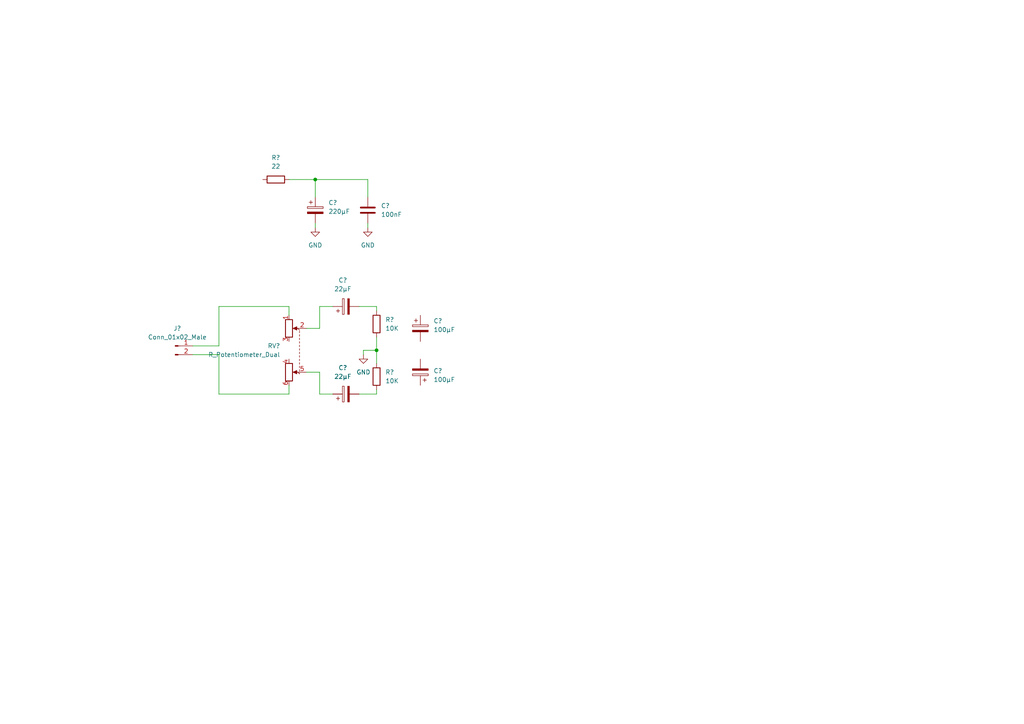
<source format=kicad_sch>
(kicad_sch (version 20211123) (generator eeschema)
  (paper "A4")
  (lib_symbols
    (symbol "Connector:Conn_01x02_Male" (pin_names (offset 1.016) hide)
      (property "Reference" "J" (at 0 2.54 0))
      (property "Value" "Conn_01x02_Male" (at 0 -5.08 0))
      (symbol "Conn_01x02_Male_1_1"
        (polyline (pts (xy 1.27 -2.54) (xy 0.8636 -2.54)) (stroke (width 0.1524)))
        (polyline (pts (xy 1.27 0) (xy 0.8636 0)) (stroke (width 0.1524)))
        (rectangle (start 0.8636 -2.413) (end 0 -2.667) (stroke (width 0.1524)) (fill (type outline)))
        (rectangle (start 0.8636 0.127) (end 0 -0.127) (stroke (width 0.1524)) (fill (type outline)))
        (pin passive line (at 5.08 0 180) (length 3.81) (name "Pin_1") (number "1"))
        (pin passive line (at 5.08 -2.54 180) (length 3.81) (name "Pin_2") (number "2"))
      )
    )
    (symbol "Device:C" (pin_numbers hide) (pin_names (offset 0.254))
      (property "Reference" "C" (at 0.635 2.54 0))
      (property "Value" "C" (at 0.635 -2.54 0))
      (symbol "C_0_1"
        (polyline (pts (xy -2.032 -0.762) (xy 2.032 -0.762)) (stroke (width 0.508)))
        (polyline (pts (xy -2.032 0.762) (xy 2.032 0.762)) (stroke (width 0.508)))
      )
      (symbol "C_1_1"
        (pin passive line (at 0 3.81 270) (length 2.794) (name "~") (number "1"))
        (pin passive line (at 0 -3.81 90) (length 2.794) (name "~") (number "2"))
      )
    )
    (symbol "Device:C_Polarized" (pin_numbers hide) (pin_names (offset 0.254))
      (property "Reference" "C" (at 0.635 2.54 0))
      (property "Value" "C_Polarized" (at 0.635 -2.54 0))
      (symbol "C_Polarized_0_1"
        (rectangle (start -2.286 0.508) (end 2.286 1.016))
        (polyline (pts (xy -1.778 2.286) (xy -0.762 2.286)))
        (polyline (pts (xy -1.27 2.794) (xy -1.27 1.778)))
        (rectangle (start 2.286 -0.508) (end -2.286 -1.016) (fill (type outline)))
      )
      (symbol "C_Polarized_1_1"
        (pin passive line (at 0 3.81 270) (length 2.794) (name "~") (number "1"))
        (pin passive line (at 0 -3.81 90) (length 2.794) (name "~") (number "2"))
      )
    )
    (symbol "Device:R" (pin_numbers hide) (pin_names (offset 0))
      (property "Reference" "R" (at 2.032 0 90))
      (property "Value" "R" (at 0 0 90))
      (symbol "R_0_1"
        (rectangle (start -1.016 -2.54) (end 1.016 2.54) (stroke (width 0.254)))
      )
      (symbol "R_1_1"
        (pin passive line (at 0 3.81 270) (length 1.27) (name "~") (number "1"))
        (pin passive line (at 0 -3.81 90) (length 1.27) (name "~") (number "2"))
      )
    )
    (symbol "Device:R_Potentiometer_Dual" (pin_names (offset 1.016) hide)
      (property "Reference" "RV" (at 0 3.81 0))
      (property "Value" "R_Potentiometer_Dual" (at 0 1.905 0))
      (symbol "R_Potentiometer_Dual_0_1"
        (rectangle (start -8.89 -1.524) (end -3.81 -3.556) (stroke (width 0.254)))
        (polyline (pts (xy -6.35 0) (xy -6.35 -1.016)))
        (polyline (pts (xy -6.35 0) (xy -6.35 -1.016)))
        (polyline (pts (xy -6.35 0) (xy -5.842 0.508)))
        (polyline (pts (xy -5.588 0.508) (xy -5.08 0.508)))
        (polyline (pts (xy -4.572 0.508) (xy -4.064 0.508)))
        (polyline (pts (xy -3.556 0.508) (xy -3.048 0.508)))
        (polyline (pts (xy -2.54 0.508) (xy -2.032 0.508)))
        (polyline (pts (xy -1.524 0.508) (xy -1.016 0.508)))
        (polyline (pts (xy -0.508 0.508) (xy 0 0.508)))
        (polyline (pts (xy 0.508 0.508) (xy 1.016 0.508)))
        (polyline (pts (xy 1.524 0.508) (xy 2.032 0.508)))
        (polyline (pts (xy 2.54 0.508) (xy 3.048 0.508)))
        (polyline (pts (xy 3.556 0.508) (xy 4.064 0.508)))
        (polyline (pts (xy 4.572 0.508) (xy 5.08 0.508)))
        (polyline (pts (xy 5.588 0.508) (xy 6.096 0.508)))
        (polyline (pts (xy 6.35 0) (xy 6.35 -1.016)))
        (polyline (pts (xy 6.35 0) (xy 6.35 -1.016)))
        (polyline (pts (xy 6.604 0.508) (xy 6.858 0.508) (xy 6.35 0)))
        (polyline (pts (xy -6.35 -1.397) (xy -6.858 -0.254) (xy -5.842 -0.254) (xy -6.35 -1.397)) (fill (type outline)))
        (polyline (pts (xy 6.35 -1.397) (xy 5.842 -0.254) (xy 6.858 -0.254) (xy 6.35 -1.397)) (fill (type outline)))
        (rectangle (start 3.81 -1.524) (end 8.89 -3.556) (stroke (width 0.254)))
      )
      (symbol "R_Potentiometer_Dual_1_1"
        (pin passive line (at -10.16 -2.54 0) (length 1.27) (name "1") (number "1"))
        (pin passive line (at -6.35 2.54 270) (length 2.54) (name "2") (number "2"))
        (pin passive line (at -2.54 -2.54 180) (length 1.27) (name "3") (number "3"))
        (pin passive line (at 2.54 -2.54 0) (length 1.27) (name "4") (number "4"))
        (pin passive line (at 6.35 2.54 270) (length 2.54) (name "5") (number "5"))
        (pin passive line (at 10.16 -2.54 180) (length 1.27) (name "6") (number "6"))
      )
    )
    (symbol "power:GND" (power) (pin_names (offset 0))
      (property "Value" "GND" (at 0 -3.81 0))
      (symbol "GND_0_1"
        (polyline (pts (xy 0 0) (xy 0 -1.27) (xy 1.27 -1.27) (xy 0 -2.54) (xy -1.27 -1.27) (xy 0 -1.27)))
      )
      (symbol "GND_1_1"
        (pin power_in line (at 0 0 270) (length 0) hide (name "GND") (number "1"))
      )
    )
  )
  (junction (at 91.44 52.07))
  (junction (at 109.22 101.6))
  (wire (pts (xy 109.22 114.3) (xy 109.22 113.03)))
  (wire (pts (xy 91.44 64.77) (xy 91.44 66.04)))
  (wire (pts (xy 109.22 101.6) (xy 109.22 105.41)))
  (wire (pts (xy 83.82 88.9) (xy 83.82 91.44)))
  (wire (pts (xy 91.44 52.07) (xy 91.44 57.15)))
  (wire (pts (xy 83.82 114.3) (xy 83.82 111.76)))
  (wire (pts (xy 92.71 107.95) (xy 92.71 114.3)))
  (wire (pts (xy 63.5 114.3) (xy 83.82 114.3)))
  (wire (pts (xy 63.5 88.9) (xy 83.82 88.9)))
  (wire (pts (xy 92.71 95.25) (xy 92.71 88.9)))
  (wire (pts (xy 88.9 107.95) (xy 92.71 107.95)))
  (wire (pts (xy 91.44 52.07) (xy 106.68 52.07)))
  (wire (pts (xy 63.5 100.33) (xy 63.5 88.9)))
  (wire (pts (xy 109.22 88.9) (xy 109.22 90.17)))
  (wire (pts (xy 92.71 114.3) (xy 96.52 114.3)))
  (wire (pts (xy 104.14 88.9) (xy 109.22 88.9)))
  (wire (pts (xy 105.41 102.87) (xy 105.41 101.6)))
  (wire (pts (xy 63.5 102.87) (xy 63.5 114.3)))
  (wire (pts (xy 109.22 97.79) (xy 109.22 101.6)))
  (wire (pts (xy 106.68 52.07) (xy 106.68 57.15)))
  (wire (pts (xy 83.82 52.07) (xy 91.44 52.07)))
  (wire (pts (xy 105.41 101.6) (xy 109.22 101.6)))
  (wire (pts (xy 88.9 95.25) (xy 92.71 95.25)))
  (wire (pts (xy 92.71 88.9) (xy 96.52 88.9)))
  (wire (pts (xy 104.14 114.3) (xy 109.22 114.3)))
  (wire (pts (xy 55.88 102.87) (xy 63.5 102.87)))
  (wire (pts (xy 55.88 100.33) (xy 63.5 100.33)))
  (wire (pts (xy 106.68 64.77) (xy 106.68 66.04)))
  (symbol (lib_id "Device:R") (at 109.22 93.98 0) (unit 1)
    (property "Reference" "R?" (at 111.76 92.7099 0) (effects (justify left)))
    (property "Value" "10K" (at 111.76 95.2499 0) (effects (justify left)))
  )
  (symbol (lib_id "Device:R_Potentiometer_Dual") (at 86.36 101.6 270) (unit 1)
    (property "Reference" "RV?" (at 81.28 100.3299 90) (effects (justify right)))
    (property "Value" "R_Potentiometer_Dual" (at 81.28 102.8699 90) (effects (justify right)))
  )
  (symbol (lib_id "Connector:Conn_01x02_Male") (at 50.8 100.33 0) (unit 1)
    (property "Reference" "J?" (at 51.435 95.25 0))
    (property "Value" "Conn_01x02_Male" (at 51.435 97.79 0))
  )
  (symbol (lib_id "Device:R") (at 80.01 52.07 90) (unit 1)
    (property "Reference" "R?" (at 80.01 45.72 90))
    (property "Value" "22" (at 80.01 48.26 90))
  )
  (symbol (lib_id "Device:C_Polarized") (at 91.44 60.96 0) (unit 1)
    (property "Reference" "C?" (at 95.25 58.8009 0) (effects (justify left)))
    (property "Value" "220µF" (at 95.25 61.3409 0) (effects (justify left)))
  )
  (symbol (lib_id "power:GND") (at 106.68 66.04 0) (unit 1)
    (property "Reference" "#PWR?" (effects hide))
    (property "Value" "GND" (at 106.68 71.12 0))
  )
  (symbol (lib_id "Device:C_Polarized") (at 100.33 114.3 90) (unit 1)
    (property "Reference" "C?" (at 99.441 106.68 90))
    (property "Value" "22µF" (at 99.441 109.22 90))
  )
  (symbol (lib_id "Device:C") (at 106.68 60.96 0) (unit 1)
    (property "Reference" "C?" (at 110.49 59.6899 0) (effects (justify left)))
    (property "Value" "100nF" (at 110.49 62.2299 0) (effects (justify left)))
  )
  (symbol (lib_id "Device:C_Polarized") (at 121.92 107.95 180) (unit 1)
    (property "Reference" "C?" (at 125.73 107.5689 0) (effects (justify right)))
    (property "Value" "100µF" (at 125.73 110.1089 0) (effects (justify right)))
  )
  (symbol (lib_id "power:GND") (at 91.44 66.04 0) (unit 1)
    (property "Reference" "#PWR?" (effects hide))
    (property "Value" "GND" (at 91.44 71.12 0))
  )
  (symbol (lib_id "Device:R") (at 109.22 109.22 0) (unit 1)
    (property "Reference" "R?" (at 111.76 107.9499 0) (effects (justify left)))
    (property "Value" "10K" (at 111.76 110.4899 0) (effects (justify left)))
  )
  (symbol (lib_id "Device:C_Polarized") (at 121.92 95.25 0) (unit 1)
    (property "Reference" "C?" (at 125.73 93.0909 0) (effects (justify left)))
    (property "Value" "100µF" (at 125.73 95.6309 0) (effects (justify left)))
  )
  (symbol (lib_id "power:GND") (at 105.41 102.87 0) (unit 1)
    (property "Reference" "#PWR?" (effects hide))
    (property "Value" "GND" (at 105.41 107.95 0))
  )
  (symbol (lib_id "Device:C_Polarized") (at 100.33 88.9 90) (unit 1)
    (property "Reference" "C?" (at 99.441 81.28 90))
    (property "Value" "22µF" (at 99.441 83.82 90))
  )
)
</source>
